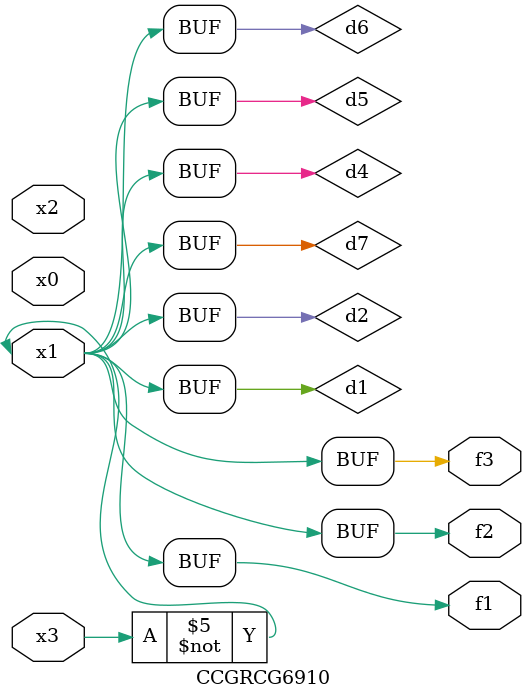
<source format=v>
module CCGRCG6910(
	input x0, x1, x2, x3,
	output f1, f2, f3
);

	wire d1, d2, d3, d4, d5, d6, d7;

	not (d1, x3);
	buf (d2, x1);
	xnor (d3, d1, d2);
	nor (d4, d1);
	buf (d5, d1, d2);
	buf (d6, d4, d5);
	nand (d7, d4);
	assign f1 = d6;
	assign f2 = d7;
	assign f3 = d6;
endmodule

</source>
